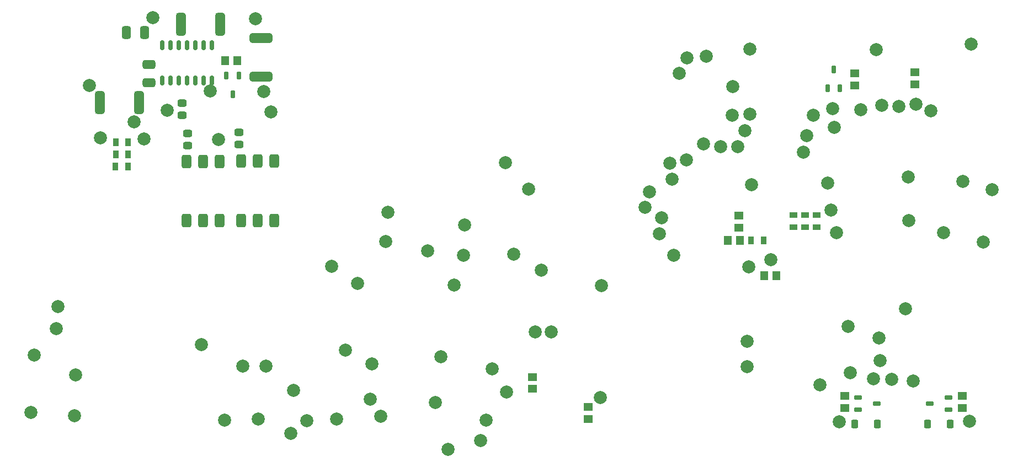
<source format=gbp>
G04*
G04 #@! TF.GenerationSoftware,Altium Limited,Altium Designer,22.11.1 (43)*
G04*
G04 Layer_Color=128*
%FSLAX44Y44*%
%MOMM*%
G71*
G04*
G04 #@! TF.SameCoordinates,703FB55D-1442-4A2A-B505-2E36BED11F84*
G04*
G04*
G04 #@! TF.FilePolarity,Positive*
G04*
G01*
G75*
%ADD20R,1.1500X1.3500*%
G04:AMPARAMS|DCode=21|XSize=0.65mm|YSize=1.25mm|CornerRadius=0.1625mm|HoleSize=0mm|Usage=FLASHONLY|Rotation=90.000|XOffset=0mm|YOffset=0mm|HoleType=Round|Shape=RoundedRectangle|*
%AMROUNDEDRECTD21*
21,1,0.6500,0.9250,0,0,90.0*
21,1,0.3250,1.2500,0,0,90.0*
1,1,0.3250,0.4625,0.1625*
1,1,0.3250,0.4625,-0.1625*
1,1,0.3250,-0.4625,-0.1625*
1,1,0.3250,-0.4625,0.1625*
%
%ADD21ROUNDEDRECTD21*%
%ADD22R,1.3500X1.1500*%
%ADD24R,1.3000X0.9000*%
%ADD29R,0.9000X1.3000*%
G04:AMPARAMS|DCode=32|XSize=0.65mm|YSize=1.25mm|CornerRadius=0.1625mm|HoleSize=0mm|Usage=FLASHONLY|Rotation=180.000|XOffset=0mm|YOffset=0mm|HoleType=Round|Shape=RoundedRectangle|*
%AMROUNDEDRECTD32*
21,1,0.6500,0.9250,0,0,180.0*
21,1,0.3250,1.2500,0,0,180.0*
1,1,0.3250,-0.1625,0.4625*
1,1,0.3250,0.1625,0.4625*
1,1,0.3250,0.1625,-0.4625*
1,1,0.3250,-0.1625,-0.4625*
%
%ADD32ROUNDEDRECTD32*%
G04:AMPARAMS|DCode=41|XSize=1.3mm|YSize=1.1mm|CornerRadius=0.275mm|HoleSize=0mm|Usage=FLASHONLY|Rotation=90.000|XOffset=0mm|YOffset=0mm|HoleType=Round|Shape=RoundedRectangle|*
%AMROUNDEDRECTD41*
21,1,1.3000,0.5500,0,0,90.0*
21,1,0.7500,1.1000,0,0,90.0*
1,1,0.5500,0.2750,0.3750*
1,1,0.5500,0.2750,-0.3750*
1,1,0.5500,-0.2750,-0.3750*
1,1,0.5500,-0.2750,0.3750*
%
%ADD41ROUNDEDRECTD41*%
%ADD99C,2.0000*%
G04:AMPARAMS|DCode=120|XSize=3.5mm|YSize=1.5mm|CornerRadius=0.375mm|HoleSize=0mm|Usage=FLASHONLY|Rotation=0.000|XOffset=0mm|YOffset=0mm|HoleType=Round|Shape=RoundedRectangle|*
%AMROUNDEDRECTD120*
21,1,3.5000,0.7500,0,0,0.0*
21,1,2.7500,1.5000,0,0,0.0*
1,1,0.7500,1.3750,-0.3750*
1,1,0.7500,-1.3750,-0.3750*
1,1,0.7500,-1.3750,0.3750*
1,1,0.7500,1.3750,0.3750*
%
%ADD120ROUNDEDRECTD120*%
G04:AMPARAMS|DCode=121|XSize=3.5mm|YSize=1.5mm|CornerRadius=0.375mm|HoleSize=0mm|Usage=FLASHONLY|Rotation=270.000|XOffset=0mm|YOffset=0mm|HoleType=Round|Shape=RoundedRectangle|*
%AMROUNDEDRECTD121*
21,1,3.5000,0.7500,0,0,270.0*
21,1,2.7500,1.5000,0,0,270.0*
1,1,0.7500,-0.3750,-1.3750*
1,1,0.7500,-0.3750,1.3750*
1,1,0.7500,0.3750,1.3750*
1,1,0.7500,0.3750,-1.3750*
%
%ADD121ROUNDEDRECTD121*%
G04:AMPARAMS|DCode=122|XSize=1.35mm|YSize=1.15mm|CornerRadius=0.2875mm|HoleSize=0mm|Usage=FLASHONLY|Rotation=0.000|XOffset=0mm|YOffset=0mm|HoleType=Round|Shape=RoundedRectangle|*
%AMROUNDEDRECTD122*
21,1,1.3500,0.5750,0,0,0.0*
21,1,0.7750,1.1500,0,0,0.0*
1,1,0.5750,0.3875,-0.2875*
1,1,0.5750,-0.3875,-0.2875*
1,1,0.5750,-0.3875,0.2875*
1,1,0.5750,0.3875,0.2875*
%
%ADD122ROUNDEDRECTD122*%
G04:AMPARAMS|DCode=123|XSize=0.6mm|YSize=1.45mm|CornerRadius=0.15mm|HoleSize=0mm|Usage=FLASHONLY|Rotation=0.000|XOffset=0mm|YOffset=0mm|HoleType=Round|Shape=RoundedRectangle|*
%AMROUNDEDRECTD123*
21,1,0.6000,1.1500,0,0,0.0*
21,1,0.3000,1.4500,0,0,0.0*
1,1,0.3000,0.1500,-0.5750*
1,1,0.3000,-0.1500,-0.5750*
1,1,0.3000,-0.1500,0.5750*
1,1,0.3000,0.1500,0.5750*
%
%ADD123ROUNDEDRECTD123*%
G04:AMPARAMS|DCode=124|XSize=1.95mm|YSize=1.4mm|CornerRadius=0.35mm|HoleSize=0mm|Usage=FLASHONLY|Rotation=270.000|XOffset=0mm|YOffset=0mm|HoleType=Round|Shape=RoundedRectangle|*
%AMROUNDEDRECTD124*
21,1,1.9500,0.7000,0,0,270.0*
21,1,1.2500,1.4000,0,0,270.0*
1,1,0.7000,-0.3500,-0.6250*
1,1,0.7000,-0.3500,0.6250*
1,1,0.7000,0.3500,0.6250*
1,1,0.7000,0.3500,-0.6250*
%
%ADD124ROUNDEDRECTD124*%
G04:AMPARAMS|DCode=125|XSize=1.95mm|YSize=1.4mm|CornerRadius=0.35mm|HoleSize=0mm|Usage=FLASHONLY|Rotation=180.000|XOffset=0mm|YOffset=0mm|HoleType=Round|Shape=RoundedRectangle|*
%AMROUNDEDRECTD125*
21,1,1.9500,0.7000,0,0,180.0*
21,1,1.2500,1.4000,0,0,180.0*
1,1,0.7000,-0.6250,0.3500*
1,1,0.7000,0.6250,0.3500*
1,1,0.7000,0.6250,-0.3500*
1,1,0.7000,-0.6250,-0.3500*
%
%ADD125ROUNDEDRECTD125*%
G04:AMPARAMS|DCode=126|XSize=1.5mm|YSize=2.1mm|CornerRadius=0.375mm|HoleSize=0mm|Usage=FLASHONLY|Rotation=180.000|XOffset=0mm|YOffset=0mm|HoleType=Round|Shape=RoundedRectangle|*
%AMROUNDEDRECTD126*
21,1,1.5000,1.3500,0,0,180.0*
21,1,0.7500,2.1000,0,0,180.0*
1,1,0.7500,-0.3750,0.6750*
1,1,0.7500,0.3750,0.6750*
1,1,0.7500,0.3750,-0.6750*
1,1,0.7500,-0.3750,-0.6750*
%
%ADD126ROUNDEDRECTD126*%
D20*
X1360250Y287000D02*
D03*
X1341750D02*
D03*
X1304250Y341000D02*
D03*
X1285750D02*
D03*
X514750Y616500D02*
D03*
X533250D02*
D03*
D21*
X1596088Y90500D02*
D03*
X1624588Y100000D02*
D03*
Y81000D02*
D03*
X1486000Y100000D02*
D03*
Y81000D02*
D03*
X1514500Y90500D02*
D03*
D22*
X1646000Y102250D02*
D03*
Y83750D02*
D03*
X1465000D02*
D03*
Y102250D02*
D03*
X986000Y112750D02*
D03*
Y131250D02*
D03*
X1072000Y66750D02*
D03*
Y85250D02*
D03*
X1480250Y578750D02*
D03*
Y597250D02*
D03*
X1303000Y360750D02*
D03*
Y379250D02*
D03*
X1572964Y580450D02*
D03*
Y598950D02*
D03*
D24*
X1386870Y379900D02*
D03*
Y360900D02*
D03*
X1404650Y379900D02*
D03*
Y360900D02*
D03*
X1422430Y379900D02*
D03*
Y360900D02*
D03*
D29*
X346250Y454500D02*
D03*
X365250D02*
D03*
X346500Y473250D02*
D03*
X365500D02*
D03*
X346500Y491750D02*
D03*
X365500D02*
D03*
X1321500Y340750D02*
D03*
X1340500D02*
D03*
D32*
X516500Y594000D02*
D03*
X535500D02*
D03*
X526000Y565500D02*
D03*
X1457750Y574500D02*
D03*
X1448250Y603000D02*
D03*
X1438750Y574500D02*
D03*
D41*
X1627500Y59000D02*
D03*
X1592500D02*
D03*
X1515500Y59000D02*
D03*
X1480500D02*
D03*
D99*
X561000Y681000D02*
D03*
X957500Y320000D02*
D03*
X1000000Y295000D02*
D03*
X306000Y579000D02*
D03*
X1457000Y62000D02*
D03*
X1570000Y125000D02*
D03*
X1509000Y128000D02*
D03*
X990000Y200000D02*
D03*
X1090000Y100000D02*
D03*
X880000Y318000D02*
D03*
X866000Y272000D02*
D03*
X946000Y108000D02*
D03*
X1015000Y200000D02*
D03*
X1513750Y633750D02*
D03*
X1678250Y338000D02*
D03*
X1453000Y352750D02*
D03*
X323250Y498000D02*
D03*
X1300750Y484750D02*
D03*
X1312000Y509000D02*
D03*
X1293000Y532750D02*
D03*
X1322000Y426500D02*
D03*
X1447000Y543000D02*
D03*
X678250Y301250D02*
D03*
X764250Y383750D02*
D03*
X585000Y538000D02*
D03*
X374750Y523000D02*
D03*
X389750Y496750D02*
D03*
X425750Y540750D02*
D03*
X492000Y570250D02*
D03*
X574000Y569500D02*
D03*
X221250Y164750D02*
D03*
X255750Y205500D02*
D03*
X285000Y134500D02*
D03*
X283500Y71500D02*
D03*
X216500Y76750D02*
D03*
X513500Y65000D02*
D03*
X565500Y66500D02*
D03*
X639500Y64250D02*
D03*
X739500Y151000D02*
D03*
X945000Y460000D02*
D03*
X1252750Y623500D02*
D03*
X1223250Y621500D02*
D03*
X1417000Y533000D02*
D03*
X1522000Y548000D02*
D03*
X1548750Y547000D02*
D03*
X1574250Y549750D02*
D03*
X1597500Y539750D02*
D03*
X1562750Y438000D02*
D03*
X1402000Y476500D02*
D03*
X1222500Y464250D02*
D03*
X1197250Y459250D02*
D03*
X1200500Y434750D02*
D03*
X1166000Y415750D02*
D03*
X1158750Y391500D02*
D03*
X1184250Y375750D02*
D03*
X1203250Y317750D02*
D03*
X1318000Y300000D02*
D03*
X1315500Y146750D02*
D03*
X1474250Y137750D02*
D03*
X1519750Y156500D02*
D03*
X1352000Y311000D02*
D03*
X1563750Y371750D02*
D03*
X1616750Y352750D02*
D03*
X1691500Y418500D02*
D03*
X1646250Y431750D02*
D03*
X980000Y420000D02*
D03*
X1537250Y127250D02*
D03*
X1517750Y191000D02*
D03*
X1427250Y118750D02*
D03*
X1470750Y208750D02*
D03*
X1406750Y502000D02*
D03*
X1449500Y514750D02*
D03*
X1092000Y271250D02*
D03*
X924250Y143750D02*
D03*
X915000Y65000D02*
D03*
X882250Y364750D02*
D03*
X825000Y325000D02*
D03*
X1444250Y387750D02*
D03*
X404000Y683000D02*
D03*
X504250Y496000D02*
D03*
X761250Y339500D02*
D03*
X619750Y110250D02*
D03*
X542000Y147750D02*
D03*
X577000Y147500D02*
D03*
X478000Y180500D02*
D03*
X837500Y92000D02*
D03*
X699250Y172500D02*
D03*
X686000Y66750D02*
D03*
X753000Y71000D02*
D03*
X737000Y97250D02*
D03*
X1181000Y350750D02*
D03*
X1438720Y428820D02*
D03*
X1211500Y597750D02*
D03*
X1319500Y634750D02*
D03*
X1249000Y489000D02*
D03*
X1275000Y484750D02*
D03*
X1293500Y576750D02*
D03*
X1319500Y535000D02*
D03*
X1659500Y642250D02*
D03*
X615250Y44500D02*
D03*
X857000Y20000D02*
D03*
X906750Y33750D02*
D03*
X1315250Y186250D02*
D03*
X1489500Y541750D02*
D03*
X845750Y162250D02*
D03*
X258000Y239000D02*
D03*
X1558750Y235750D02*
D03*
X1657000Y63000D02*
D03*
X717500Y275000D02*
D03*
D120*
X570000Y652000D02*
D03*
Y592000D02*
D03*
D121*
X507000Y673000D02*
D03*
X447000D02*
D03*
X382750Y552750D02*
D03*
X322750D02*
D03*
D122*
X535500Y506750D02*
D03*
Y488250D02*
D03*
X457000Y486750D02*
D03*
Y505250D02*
D03*
X448250Y552000D02*
D03*
Y533500D02*
D03*
D123*
X418400Y641000D02*
D03*
X431100D02*
D03*
X443800D02*
D03*
X456500D02*
D03*
X469200D02*
D03*
X481900D02*
D03*
X494600D02*
D03*
X418400Y586500D02*
D03*
X431100D02*
D03*
X443800D02*
D03*
X456500D02*
D03*
X469200D02*
D03*
X481900D02*
D03*
X494600D02*
D03*
D124*
X363000Y660000D02*
D03*
X391000D02*
D03*
D125*
X398000Y583000D02*
D03*
Y611000D02*
D03*
D126*
X506150Y371250D02*
D03*
X480750D02*
D03*
X455350D02*
D03*
X506150Y462250D02*
D03*
X480750D02*
D03*
X455350D02*
D03*
X590150Y371500D02*
D03*
X564750D02*
D03*
X539350D02*
D03*
X590150Y462500D02*
D03*
X564750D02*
D03*
X539350D02*
D03*
M02*

</source>
